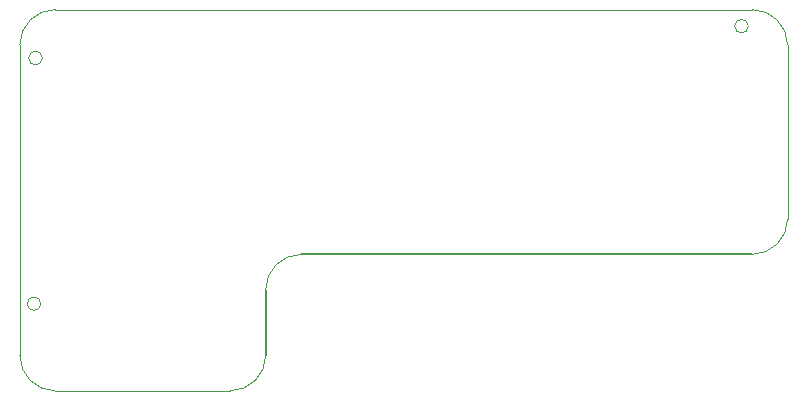
<source format=gbr>
G04 #@! TF.GenerationSoftware,KiCad,Pcbnew,8.0.7*
G04 #@! TF.CreationDate,2025-02-16T20:08:39+00:00*
G04 #@! TF.ProjectId,retropie-hat-2L,72657472-6f70-4696-952d-6861742d324c,rev?*
G04 #@! TF.SameCoordinates,Original*
G04 #@! TF.FileFunction,Profile,NP*
%FSLAX46Y46*%
G04 Gerber Fmt 4.6, Leading zero omitted, Abs format (unit mm)*
G04 Created by KiCad (PCBNEW 8.0.7) date 2025-02-16 20:08:39*
%MOMM*%
%LPD*%
G01*
G04 APERTURE LIST*
G04 #@! TA.AperFunction,Profile*
%ADD10C,0.100000*%
G04 #@! TD*
G04 #@! TA.AperFunction,Profile*
%ADD11C,0.150000*%
G04 #@! TD*
G04 APERTURE END LIST*
D10*
X143510000Y-65024000D02*
X143499680Y-50291999D01*
X78499680Y-50291999D02*
X78499680Y-76576830D01*
X80400000Y-51400000D02*
G75*
G02*
X79248000Y-51400000I-576000J0D01*
G01*
X79248000Y-51400000D02*
G75*
G02*
X80400000Y-51400000I576000J0D01*
G01*
D11*
X99314000Y-76582066D02*
X99314000Y-71013528D01*
D10*
X140176000Y-48700000D02*
G75*
G02*
X139024000Y-48700000I-576000J0D01*
G01*
X139024000Y-48700000D02*
G75*
G02*
X140176000Y-48700000I576000J0D01*
G01*
X99314000Y-76582066D02*
G75*
G02*
X96314005Y-79576805I-3000000J5266D01*
G01*
X80276000Y-72200000D02*
G75*
G02*
X79124000Y-72200000I-576000J0D01*
G01*
X79124000Y-72200000D02*
G75*
G02*
X80276000Y-72200000I576000J0D01*
G01*
X140499680Y-47291999D02*
X81499680Y-47291999D01*
X81499680Y-79576830D02*
X96314005Y-79576830D01*
X99314000Y-71013528D02*
G75*
G02*
X102313995Y-68018795I3000000J-5272D01*
G01*
D11*
X140510005Y-68018764D02*
X102313995Y-68018764D01*
D10*
X140499680Y-47291999D02*
G75*
G02*
X143499701Y-50291999I20J-3000001D01*
G01*
X78499680Y-50291999D02*
G75*
G02*
X81499680Y-47291980I3000020J-1D01*
G01*
X143510000Y-65024000D02*
G75*
G02*
X140510005Y-68018805I-3000000J5200D01*
G01*
X81499680Y-79576830D02*
G75*
G02*
X78499670Y-76576830I20J3000030D01*
G01*
M02*

</source>
